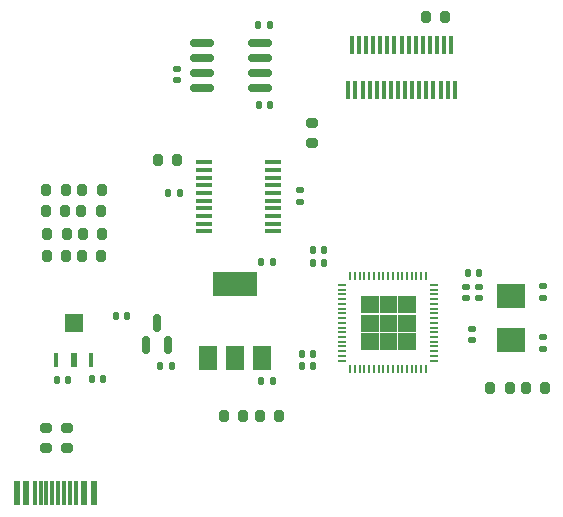
<source format=gtp>
G04 #@! TF.GenerationSoftware,KiCad,Pcbnew,(6.0.7-1)-1*
G04 #@! TF.CreationDate,2022-11-08T18:33:53+08:00*
G04 #@! TF.ProjectId,sharp_dsi,73686172-705f-4647-9369-2e6b69636164,rev?*
G04 #@! TF.SameCoordinates,Original*
G04 #@! TF.FileFunction,Paste,Top*
G04 #@! TF.FilePolarity,Positive*
%FSLAX46Y46*%
G04 Gerber Fmt 4.6, Leading zero omitted, Abs format (unit mm)*
G04 Created by KiCad (PCBNEW (6.0.7-1)-1) date 2022-11-08 18:33:53*
%MOMM*%
%LPD*%
G01*
G04 APERTURE LIST*
G04 Aperture macros list*
%AMRoundRect*
0 Rectangle with rounded corners*
0 $1 Rounding radius*
0 $2 $3 $4 $5 $6 $7 $8 $9 X,Y pos of 4 corners*
0 Add a 4 corners polygon primitive as box body*
4,1,4,$2,$3,$4,$5,$6,$7,$8,$9,$2,$3,0*
0 Add four circle primitives for the rounded corners*
1,1,$1+$1,$2,$3*
1,1,$1+$1,$4,$5*
1,1,$1+$1,$6,$7*
1,1,$1+$1,$8,$9*
0 Add four rect primitives between the rounded corners*
20,1,$1+$1,$2,$3,$4,$5,0*
20,1,$1+$1,$4,$5,$6,$7,0*
20,1,$1+$1,$6,$7,$8,$9,0*
20,1,$1+$1,$8,$9,$2,$3,0*%
%AMFreePoly0*
4,1,5,0.762000,-0.762000,-0.762000,-0.762000,-0.762000,0.762000,0.762000,0.762000,0.762000,-0.762000,0.762000,-0.762000,$1*%
G04 Aperture macros list end*
%ADD10C,0.100000*%
%ADD11RoundRect,0.200000X0.275000X-0.200000X0.275000X0.200000X-0.275000X0.200000X-0.275000X-0.200000X0*%
%ADD12RoundRect,0.140000X-0.140000X-0.170000X0.140000X-0.170000X0.140000X0.170000X-0.140000X0.170000X0*%
%ADD13RoundRect,0.140000X0.140000X0.170000X-0.140000X0.170000X-0.140000X-0.170000X0.140000X-0.170000X0*%
%ADD14R,0.350000X1.500000*%
%ADD15RoundRect,0.200000X-0.200000X-0.275000X0.200000X-0.275000X0.200000X0.275000X-0.200000X0.275000X0*%
%ADD16RoundRect,0.150000X-0.825000X-0.150000X0.825000X-0.150000X0.825000X0.150000X-0.825000X0.150000X0*%
%ADD17RoundRect,0.200000X0.200000X0.275000X-0.200000X0.275000X-0.200000X-0.275000X0.200000X-0.275000X0*%
%ADD18R,1.473200X0.355600*%
%ADD19RoundRect,0.140000X-0.170000X0.140000X-0.170000X-0.140000X0.170000X-0.140000X0.170000X0.140000X0*%
%ADD20R,2.400000X2.000000*%
%ADD21R,0.600000X2.000000*%
%ADD22R,0.300000X2.000000*%
%ADD23R,0.600000X1.450000*%
%ADD24R,0.431800X1.193800*%
%ADD25FreePoly0,0.000000*%
%ADD26R,0.482600X1.193800*%
%ADD27RoundRect,0.140000X0.170000X-0.140000X0.170000X0.140000X-0.170000X0.140000X-0.170000X-0.140000X0*%
%ADD28RoundRect,0.150000X0.150000X-0.587500X0.150000X0.587500X-0.150000X0.587500X-0.150000X-0.587500X0*%
%ADD29R,0.203200X0.762000*%
%ADD30R,0.762000X0.203200*%
%ADD31R,1.500000X2.000000*%
%ADD32R,3.800000X2.000000*%
G04 APERTURE END LIST*
G36*
X119258834Y-77391167D02*
G01*
X117892500Y-77391167D01*
X117892500Y-76024833D01*
X119258834Y-76024833D01*
X119258834Y-77391167D01*
G37*
D10*
X119258834Y-77391167D02*
X117892500Y-77391167D01*
X117892500Y-76024833D01*
X119258834Y-76024833D01*
X119258834Y-77391167D01*
G36*
X122391500Y-77391167D02*
G01*
X121025166Y-77391167D01*
X121025166Y-76024833D01*
X122391500Y-76024833D01*
X122391500Y-77391167D01*
G37*
X122391500Y-77391167D02*
X121025166Y-77391167D01*
X121025166Y-76024833D01*
X122391500Y-76024833D01*
X122391500Y-77391167D01*
G36*
X122391500Y-78957500D02*
G01*
X121025166Y-78957500D01*
X121025166Y-77591166D01*
X122391500Y-77591166D01*
X122391500Y-78957500D01*
G37*
X122391500Y-78957500D02*
X121025166Y-78957500D01*
X121025166Y-77591166D01*
X122391500Y-77591166D01*
X122391500Y-78957500D01*
G36*
X119258834Y-78957500D02*
G01*
X117892500Y-78957500D01*
X117892500Y-77591166D01*
X119258834Y-77591166D01*
X119258834Y-78957500D01*
G37*
X119258834Y-78957500D02*
X117892500Y-78957500D01*
X117892500Y-77591166D01*
X119258834Y-77591166D01*
X119258834Y-78957500D01*
G36*
X120825167Y-75824834D02*
G01*
X119458833Y-75824834D01*
X119458833Y-74458500D01*
X120825167Y-74458500D01*
X120825167Y-75824834D01*
G37*
X120825167Y-75824834D02*
X119458833Y-75824834D01*
X119458833Y-74458500D01*
X120825167Y-74458500D01*
X120825167Y-75824834D01*
G36*
X120825167Y-77391167D02*
G01*
X119458833Y-77391167D01*
X119458833Y-76024833D01*
X120825167Y-76024833D01*
X120825167Y-77391167D01*
G37*
X120825167Y-77391167D02*
X119458833Y-77391167D01*
X119458833Y-76024833D01*
X120825167Y-76024833D01*
X120825167Y-77391167D01*
G36*
X120825167Y-78957500D02*
G01*
X119458833Y-78957500D01*
X119458833Y-77591166D01*
X120825167Y-77591166D01*
X120825167Y-78957500D01*
G37*
X120825167Y-78957500D02*
X119458833Y-78957500D01*
X119458833Y-77591166D01*
X120825167Y-77591166D01*
X120825167Y-78957500D01*
G36*
X119258834Y-75824834D02*
G01*
X117892500Y-75824834D01*
X117892500Y-74458500D01*
X119258834Y-74458500D01*
X119258834Y-75824834D01*
G37*
X119258834Y-75824834D02*
X117892500Y-75824834D01*
X117892500Y-74458500D01*
X119258834Y-74458500D01*
X119258834Y-75824834D01*
G36*
X122391500Y-75824834D02*
G01*
X121025166Y-75824834D01*
X121025166Y-74458500D01*
X122391500Y-74458500D01*
X122391500Y-75824834D01*
G37*
X122391500Y-75824834D02*
X121025166Y-75824834D01*
X121025166Y-74458500D01*
X122391500Y-74458500D01*
X122391500Y-75824834D01*
D11*
X92964000Y-87285600D03*
X92964000Y-85635600D03*
D12*
X101551800Y-65735200D03*
X102511800Y-65735200D03*
D13*
X93040200Y-81559400D03*
X92080200Y-81559400D03*
X110157200Y-58242200D03*
X109197200Y-58242200D03*
D14*
X116784999Y-57018000D03*
X117084999Y-53218000D03*
X117385000Y-57018000D03*
X117685000Y-53218000D03*
X117984999Y-57018000D03*
X118284999Y-53218000D03*
X118585000Y-57018000D03*
X118885000Y-53218000D03*
X119184999Y-57018000D03*
X119484999Y-53218000D03*
X119785000Y-57018000D03*
X120085000Y-53218000D03*
X120384999Y-57018000D03*
X120684999Y-53218000D03*
X120985001Y-57018000D03*
X121285001Y-53218000D03*
X121584999Y-57018000D03*
X121884999Y-53218000D03*
X122185001Y-57018000D03*
X122485001Y-53218000D03*
X122785000Y-57018000D03*
X123085000Y-53218000D03*
X123385001Y-57018000D03*
X123685001Y-53218000D03*
X123985000Y-57018000D03*
X124285000Y-53218000D03*
X124585001Y-57018000D03*
X124885001Y-53218000D03*
X125185000Y-57018000D03*
X125485000Y-53218000D03*
X125785001Y-57018000D03*
D13*
X98069400Y-76174600D03*
X97109400Y-76174600D03*
D15*
X94285400Y-69189600D03*
X95935400Y-69189600D03*
D13*
X110131800Y-51536600D03*
X109171800Y-51536600D03*
D16*
X104382800Y-52984400D03*
X104382800Y-54254400D03*
X104382800Y-55524400D03*
X104382800Y-56794400D03*
X109332800Y-56794400D03*
X109332800Y-55524400D03*
X109332800Y-54254400D03*
X109332800Y-52984400D03*
D15*
X91238200Y-71069200D03*
X92888200Y-71069200D03*
D17*
X125005600Y-50850800D03*
X123355600Y-50850800D03*
D18*
X104546400Y-63115000D03*
X104546400Y-63765001D03*
X104546400Y-64414999D03*
X104546400Y-65065001D03*
X104546400Y-65714999D03*
X104546400Y-66364998D03*
X104546400Y-67014999D03*
X104546400Y-67664998D03*
X104546400Y-68314999D03*
X104546400Y-68964998D03*
X110388400Y-68965000D03*
X110388400Y-68315002D03*
X110388400Y-67665001D03*
X110388400Y-67015002D03*
X110388400Y-66365001D03*
X110388400Y-65715002D03*
X110388400Y-65065001D03*
X110388400Y-64415002D03*
X110388400Y-63765001D03*
X110388400Y-63115002D03*
D17*
X107870600Y-84598200D03*
X106220600Y-84598200D03*
D12*
X95077400Y-81483200D03*
X96037400Y-81483200D03*
D15*
X94183600Y-67259200D03*
X95833600Y-67259200D03*
D19*
X126746000Y-73637200D03*
X126746000Y-74597200D03*
D11*
X113741200Y-61467000D03*
X113741200Y-59817000D03*
D17*
X110908600Y-84582000D03*
X109258600Y-84582000D03*
D15*
X91275000Y-69189600D03*
X92925000Y-69189600D03*
X91217800Y-65476600D03*
X92867800Y-65476600D03*
D20*
X130581400Y-78126200D03*
X130581400Y-74426200D03*
D21*
X88723400Y-91106900D03*
X89523400Y-91106900D03*
D22*
X90723400Y-91106900D03*
X91723400Y-91106900D03*
X92223400Y-91106900D03*
X93223400Y-91106900D03*
D21*
X94423400Y-91106900D03*
X95223400Y-91106900D03*
X95223400Y-91106900D03*
D23*
X94423400Y-91106900D03*
D22*
X93723400Y-91106900D03*
X92723400Y-91106900D03*
X91223400Y-91106900D03*
X90223400Y-91106900D03*
D23*
X89523400Y-91106900D03*
X88723400Y-91006900D03*
D13*
X110385800Y-71526400D03*
X109425800Y-71526400D03*
X113814800Y-80365600D03*
X112854800Y-80365600D03*
D24*
X92022800Y-79844900D03*
D25*
X93522800Y-76733400D03*
D26*
X93522800Y-79844900D03*
D24*
X95022800Y-79844900D03*
D13*
X101828600Y-80340200D03*
X100868600Y-80340200D03*
D11*
X91160600Y-87273400D03*
X91160600Y-85623400D03*
D15*
X100635800Y-62966600D03*
X102285800Y-62966600D03*
D17*
X130441200Y-82219800D03*
X128791200Y-82219800D03*
D27*
X133248400Y-74571800D03*
X133248400Y-73611800D03*
X112699800Y-66443800D03*
X112699800Y-65483800D03*
D17*
X133463800Y-82219800D03*
X131813800Y-82219800D03*
D12*
X113792000Y-70586600D03*
X114752000Y-70586600D03*
D28*
X99608600Y-78559900D03*
X101508600Y-78559900D03*
X100558600Y-76684900D03*
D15*
X94247200Y-65481200D03*
X95897200Y-65481200D03*
D13*
X114754600Y-71653400D03*
X113794600Y-71653400D03*
D27*
X127838200Y-74597200D03*
X127838200Y-73637200D03*
X127254000Y-78153200D03*
X127254000Y-77193200D03*
D12*
X126873000Y-72466200D03*
X127833000Y-72466200D03*
D13*
X110385800Y-81610200D03*
X109425800Y-81610200D03*
D15*
X94210000Y-71069200D03*
X95860000Y-71069200D03*
D29*
X123341999Y-72783700D03*
X122941999Y-72783700D03*
X122542000Y-72783700D03*
X122142001Y-72783700D03*
X121741999Y-72783700D03*
X121342000Y-72783700D03*
X120942001Y-72783700D03*
X120541999Y-72783700D03*
X120142000Y-72783700D03*
X119742001Y-72783700D03*
X119341999Y-72783700D03*
X118942000Y-72783700D03*
X118542001Y-72783700D03*
X118142001Y-72783700D03*
X117742000Y-72783700D03*
X117342001Y-72783700D03*
X116942001Y-72783700D03*
D30*
X116217700Y-73508001D03*
X116217700Y-73908001D03*
X116217700Y-74308000D03*
X116217700Y-74708001D03*
X116217700Y-75108001D03*
X116217700Y-75508000D03*
X116217700Y-75907999D03*
X116217700Y-76308001D03*
X116217700Y-76708000D03*
X116217700Y-77107999D03*
X116217700Y-77508001D03*
X116217700Y-77908000D03*
X116217700Y-78307999D03*
X116217700Y-78707999D03*
X116217700Y-79108000D03*
X116217700Y-79507999D03*
X116217700Y-79907999D03*
D29*
X116942001Y-80632300D03*
X117342001Y-80632300D03*
X117742000Y-80632300D03*
X118142001Y-80632300D03*
X118542001Y-80632300D03*
X118942000Y-80632300D03*
X119341999Y-80632300D03*
X119742001Y-80632300D03*
X120142000Y-80632300D03*
X120541999Y-80632300D03*
X120942001Y-80632300D03*
X121342000Y-80632300D03*
X121741999Y-80632300D03*
X122141999Y-80632300D03*
X122542000Y-80632300D03*
X122941999Y-80632300D03*
X123341999Y-80632300D03*
D30*
X124066300Y-79907999D03*
X124066300Y-79507999D03*
X124066300Y-79108000D03*
X124066300Y-78707999D03*
X124066300Y-78307999D03*
X124066300Y-77908000D03*
X124066300Y-77508001D03*
X124066300Y-77107999D03*
X124066300Y-76708000D03*
X124066300Y-76308001D03*
X124066300Y-75907999D03*
X124066300Y-75508000D03*
X124066300Y-75108001D03*
X124066300Y-74708001D03*
X124066300Y-74308000D03*
X124066300Y-73908001D03*
X124066300Y-73508001D03*
D31*
X104888000Y-79705600D03*
X107188000Y-79705600D03*
D32*
X107188000Y-73405600D03*
D31*
X109488000Y-79705600D03*
D19*
X102285800Y-55196800D03*
X102285800Y-56156800D03*
D12*
X112854800Y-79375000D03*
X113814800Y-79375000D03*
D15*
X91160000Y-67259200D03*
X92810000Y-67259200D03*
D27*
X133299200Y-78889800D03*
X133299200Y-77929800D03*
M02*

</source>
